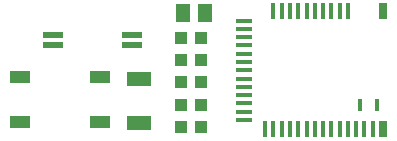
<source format=gtp>
G04*
G04 #@! TF.GenerationSoftware,Altium Limited,CircuitStudio,1.5.1 (13)*
G04*
G04 Layer_Color=7318015*
%FSLAX25Y25*%
%MOIN*%
G70*
G01*
G75*
%ADD10R,0.06693X0.03937*%
%ADD11R,0.07874X0.04921*%
%ADD12R,0.05118X0.05906*%
%ADD13R,0.05512X0.01575*%
%ADD14R,0.01575X0.03937*%
%ADD15R,0.03150X0.05512*%
%ADD16R,0.01575X0.05512*%
%ADD17R,0.07087X0.02165*%
%ADD18R,0.04331X0.03937*%
D10*
X212189Y267559D02*
D03*
Y252598D02*
D03*
X238992Y267559D02*
D03*
Y252598D02*
D03*
D11*
X251969Y252205D02*
D03*
Y267165D02*
D03*
D12*
X274130Y289114D02*
D03*
X266650D02*
D03*
D13*
X287008Y286457D02*
D03*
Y253386D02*
D03*
Y256142D02*
D03*
Y258898D02*
D03*
Y261654D02*
D03*
Y280945D02*
D03*
Y283701D02*
D03*
Y272677D02*
D03*
Y275433D02*
D03*
Y278189D02*
D03*
Y264409D02*
D03*
Y267165D02*
D03*
Y269921D02*
D03*
D14*
X331299Y258504D02*
D03*
X325787D02*
D03*
D15*
X333465Y250236D02*
D03*
Y289606D02*
D03*
D16*
X329921Y250236D02*
D03*
X327165D02*
D03*
X324410D02*
D03*
X321654D02*
D03*
X318898D02*
D03*
X316142D02*
D03*
X313386D02*
D03*
X310630D02*
D03*
X307874D02*
D03*
X305118D02*
D03*
X302362D02*
D03*
X299606D02*
D03*
X296850D02*
D03*
X294094D02*
D03*
X316142Y289606D02*
D03*
X318898D02*
D03*
X321654D02*
D03*
X307874D02*
D03*
X310630D02*
D03*
X313386D02*
D03*
X299606D02*
D03*
X302362D02*
D03*
X305118D02*
D03*
X296850D02*
D03*
D17*
X249803Y281831D02*
D03*
Y278484D02*
D03*
X223425D02*
D03*
Y281831D02*
D03*
D18*
X272736Y258504D02*
D03*
X266043D02*
D03*
X266043Y265886D02*
D03*
X272736D02*
D03*
X266043Y280551D02*
D03*
X272736D02*
D03*
X266043Y273268D02*
D03*
X272736D02*
D03*
X266043Y251122D02*
D03*
X272736D02*
D03*
M02*

</source>
